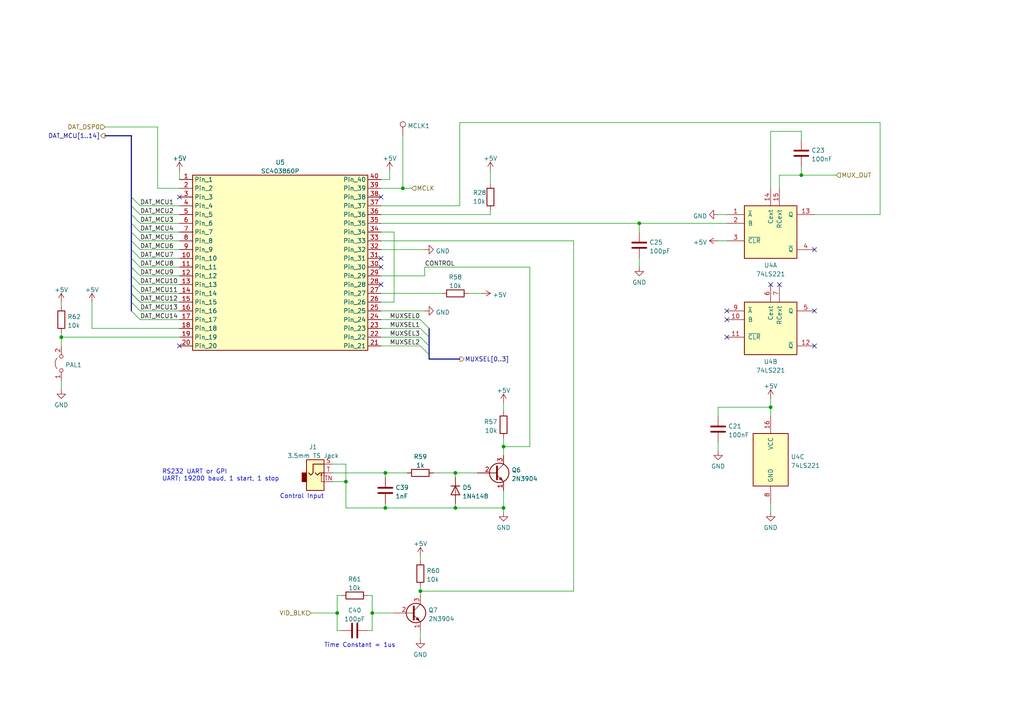
<source format=kicad_sch>
(kicad_sch (version 20211123) (generator eeschema)
  (paper "A4")
  (title_block (title "Device Settings Processor") (date "2023-05-24") (rev "3"))
  (lib_symbols
    (symbol "74xx:74LS221" (pin_names (offset 1.016))
      (property "Reference" "U" (at -7.62 8.89 0))
      (property "Value" "74LS221" (at -7.62 -8.89 0))
      (symbol "74LS221_1_0"
        (pin input line (at -12.7 5.08 0) (length 5.08) (name "~{A}") (number "1"))
        (pin output line (at 12.7 5.08 180) (length 5.08) (name "Q") (number "13"))
        (pin input line (at 0 12.7 270) (length 5.08) (name "Cext") (number "14"))
        (pin input line (at 2.54 12.7 270) (length 5.08) (name "RCext") (number "15"))
        (pin input line (at -12.7 2.54 0) (length 5.08) (name "B") (number "2"))
        (pin input line (at -12.7 -2.54 0) (length 5.08) (name "~{CLR}") (number "3"))
        (pin output line (at 12.7 -5.08 180) (length 5.08) (name "~{Q}") (number "4"))
      )
      (symbol "74LS221_1_1"
        (rectangle (start -7.62 7.62) (end 7.62 -7.62) (stroke (width 0.254)) (fill (type background)))
      )
      (symbol "74LS221_2_0"
        (pin input line (at -12.7 2.54 0) (length 5.08) (name "B") (number "10"))
        (pin input line (at -12.7 -2.54 0) (length 5.08) (name "~{CLR}") (number "11"))
        (pin output line (at 12.7 -5.08 180) (length 5.08) (name "~{Q}") (number "12"))
        (pin output line (at 12.7 5.08 180) (length 5.08) (name "Q") (number "5"))
        (pin input line (at 0 12.7 270) (length 5.08) (name "Cext") (number "6"))
        (pin input line (at 2.54 12.7 270) (length 5.08) (name "RCext") (number "7"))
        (pin input line (at -12.7 5.08 0) (length 5.08) (name "~{A}") (number "9"))
      )
      (symbol "74LS221_2_1"
        (rectangle (start -7.62 7.62) (end 7.62 -7.62) (stroke (width 0.254)) (fill (type background)))
      )
      (symbol "74LS221_3_0"
        (pin power_in line (at 0 12.7 270) (length 5.08) (name "VCC") (number "16"))
        (pin power_in line (at 0 -12.7 90) (length 5.08) (name "GND") (number "8"))
      )
      (symbol "74LS221_3_1"
        (rectangle (start -5.08 7.62) (end 5.08 -7.62) (stroke (width 0.254)) (fill (type background)))
      )
    )
    (symbol "Connector:AudioJack2_SwitchT"
      (property "Reference" "J" (at 0 8.89 0))
      (property "Value" "AudioJack2_SwitchT" (at 0 6.35 0))
      (symbol "AudioJack2_SwitchT_0_1"
        (rectangle (start -2.54 0) (end -3.81 -2.54) (stroke (width 0.254)) (fill (type outline)))
        (polyline (pts (xy 1.778 -0.254) (xy 2.032 -0.762)))
        (polyline (pts (xy 0 0) (xy 0.635 -0.635) (xy 1.27 0) (xy 2.54 0)) (stroke (width 0.254)))
        (polyline (pts (xy 2.54 -2.54) (xy 1.778 -2.54) (xy 1.778 -0.254) (xy 1.524 -0.762)))
        (polyline (pts (xy 2.54 2.54) (xy -0.635 2.54) (xy -0.635 0) (xy -1.27 -0.635) (xy -1.905 0)) (stroke (width 0.254)))
        (rectangle (start 2.54 3.81) (end -2.54 -5.08) (stroke (width 0.254)) (fill (type background)))
      )
      (symbol "AudioJack2_SwitchT_1_1"
        (pin passive line (at 5.08 2.54 180) (length 2.54) (name "~") (number "S"))
        (pin passive line (at 5.08 0 180) (length 2.54) (name "~") (number "T"))
        (pin passive line (at 5.08 -2.54 180) (length 2.54) (name "~") (number "TN"))
      )
    )
    (symbol "Connector:TestPoint" (pin_numbers hide) (pin_names (offset 0.762) hide)
      (property "Reference" "TP" (at 0 6.858 0))
      (property "Value" "TestPoint" (at 0 5.08 0))
      (symbol "TestPoint_0_1"
        (circle (center 0 3.302) (radius 0.762))
      )
      (symbol "TestPoint_1_1"
        (pin passive line (at 0 0 90) (length 2.54) (name "1") (number "1"))
      )
    )
    (symbol "Device:C" (pin_numbers hide) (pin_names (offset 0.254))
      (property "Reference" "C" (at 0.635 2.54 0))
      (property "Value" "C" (at 0.635 -2.54 0))
      (symbol "C_0_1"
        (polyline (pts (xy -2.032 -0.762) (xy 2.032 -0.762)) (stroke (width 0.508)))
        (polyline (pts (xy -2.032 0.762) (xy 2.032 0.762)) (stroke (width 0.508)))
      )
      (symbol "C_1_1"
        (pin passive line (at 0 3.81 270) (length 2.794) (name "~") (number "1"))
        (pin passive line (at 0 -3.81 90) (length 2.794) (name "~") (number "2"))
      )
    )
    (symbol "Device:D" (pin_numbers hide) (pin_names (offset 1.016) hide)
      (property "Reference" "D" (at 0 2.54 0))
      (property "Value" "D" (at 0 -2.54 0))
      (symbol "D_0_1"
        (polyline (pts (xy -1.27 1.27) (xy -1.27 -1.27)) (stroke (width 0.254)))
        (polyline (pts (xy 1.27 0) (xy -1.27 0)))
        (polyline (pts (xy 1.27 1.27) (xy 1.27 -1.27) (xy -1.27 0) (xy 1.27 1.27)) (stroke (width 0.254)))
      )
      (symbol "D_1_1"
        (pin passive line (at -3.81 0 0) (length 2.54) (name "K") (number "1"))
        (pin passive line (at 3.81 0 180) (length 2.54) (name "A") (number "2"))
      )
    )
    (symbol "Device:R" (pin_numbers hide) (pin_names (offset 0))
      (property "Reference" "R" (at 2.032 0 90))
      (property "Value" "R" (at 0 0 90))
      (symbol "R_0_1"
        (rectangle (start -1.016 -2.54) (end 1.016 2.54) (stroke (width 0.254)))
      )
      (symbol "R_1_1"
        (pin passive line (at 0 3.81 270) (length 1.27) (name "~") (number "1"))
        (pin passive line (at 0 -3.81 90) (length 1.27) (name "~") (number "2"))
      )
    )
    (symbol "Jumper:Jumper_2_Open" (pin_names (offset 0) hide)
      (property "Reference" "JP" (at 0 2.794 0))
      (property "Value" "Jumper_2_Open" (at 0 -2.286 0))
      (symbol "Jumper_2_Open_0_0"
        (circle (center -2.032 0) (radius 0.508))
        (circle (center 2.032 0) (radius 0.508))
      )
      (symbol "Jumper_2_Open_0_1"
        (arc (start 1.524 1.27) (mid 0 1.778) (end -1.524 1.27))
      )
      (symbol "Jumper_2_Open_1_1"
        (pin passive line (at -5.08 0 0) (length 2.54) (name "A") (number "1"))
        (pin passive line (at 5.08 0 180) (length 2.54) (name "B") (number "2"))
      )
    )
    (symbol "Transistor_BJT:2N3904" (pin_names (offset 0) hide)
      (property "Reference" "Q" (at 5.08 1.905 0))
      (property "Value" "2N3904" (at 5.08 0 0))
      (symbol "2N3904_0_1"
        (polyline (pts (xy 0.635 0.635) (xy 2.54 2.54)))
        (polyline (pts (xy 0.635 -0.635) (xy 2.54 -2.54) (xy 2.54 -2.54)))
        (polyline (pts (xy 0.635 1.905) (xy 0.635 -1.905) (xy 0.635 -1.905)) (stroke (width 0.508)))
        (polyline (pts (xy 1.27 -1.778) (xy 1.778 -1.27) (xy 2.286 -2.286) (xy 1.27 -1.778) (xy 1.27 -1.778)) (fill (type outline)))
        (circle (center 1.27 0) (radius 2.8194) (stroke (width 0.254)))
      )
      (symbol "2N3904_1_1"
        (pin passive line (at 2.54 -5.08 90) (length 2.54) (name "E") (number "1"))
        (pin passive line (at -5.08 0 0) (length 5.715) (name "B") (number "2"))
        (pin passive line (at 2.54 5.08 270) (length 2.54) (name "C") (number "3"))
      )
    )
    (symbol "Videonics Proceessor Plus:SC403860P"
      (property "Reference" "U" (at -25.4 25.4 0))
      (property "Value" "SC403860P" (at -25.4 -27.94 0))
      (symbol "SC403860P_1_1"
        (rectangle (start -25.4 25.4) (end 25.4 -25.4) (stroke (width 0.254)) (fill (type background)))
        (pin passive line (at -29.21 24.13 0) (length 3.81) (name "Pin_1") (number "1"))
        (pin passive line (at -29.21 1.27 0) (length 3.81) (name "Pin_10") (number "10"))
        (pin passive line (at -29.21 -1.27 0) (length 3.81) (name "Pin_11") (number "11"))
        (pin passive line (at -29.21 -3.81 0) (length 3.81) (name "Pin_12") (number "12"))
        (pin passive line (at -29.21 -6.35 0) (length 3.81) (name "Pin_13") (number "13"))
        (pin passive line (at -29.21 -8.89 0) (length 3.81) (name "Pin_14") (number "14"))
        (pin passive line (at -29.21 -11.43 0) (length 3.81) (name "Pin_15") (number "15"))
        (pin passive line (at -29.21 -13.97 0) (length 3.81) (name "Pin_16") (number "16"))
        (pin passive line (at -29.21 -16.51 0) (length 3.81) (name "Pin_17") (number "17"))
        (pin passive line (at -29.21 -19.05 0) (length 3.81) (name "Pin_18") (number "18"))
        (pin passive line (at -29.21 -21.59 0) (length 3.81) (name "Pin_19") (number "19"))
        (pin passive line (at -29.21 21.59 0) (length 3.81) (name "Pin_2") (number "2"))
        (pin passive line (at -29.21 -24.13 0) (length 3.81) (name "Pin_20") (number "20"))
        (pin passive line (at 29.21 -24.13 180) (length 3.81) (name "Pin_21") (number "21"))
        (pin passive line (at 29.21 -21.59 180) (length 3.81) (name "Pin_22") (number "22"))
        (pin passive line (at 29.21 -19.05 180) (length 3.81) (name "Pin_23") (number "23"))
        (pin passive line (at 29.21 -16.51 180) (length 3.81) (name "Pin_24") (number "24"))
        (pin passive line (at 29.21 -13.97 180) (length 3.81) (name "Pin_25") (number "25"))
        (pin passive line (at 29.21 -11.43 180) (length 3.81) (name "Pin_26") (number "26"))
        (pin passive line (at 29.21 -8.89 180) (length 3.81) (name "Pin_27") (number "27"))
        (pin passive line (at 29.21 -6.35 180) (length 3.81) (name "Pin_28") (number "28"))
        (pin passive line (at 29.21 -3.81 180) (length 3.81) (name "Pin_29") (number "29"))
        (pin passive line (at -29.21 19.05 0) (length 3.81) (name "Pin_3") (number "3"))
        (pin passive line (at 29.21 -1.27 180) (length 3.81) (name "Pin_30") (number "30"))
        (pin passive line (at 29.21 1.27 180) (length 3.81) (name "Pin_31") (number "31"))
        (pin passive line (at 29.21 3.81 180) (length 3.81) (name "Pin_32") (number "32"))
        (pin passive line (at 29.21 6.35 180) (length 3.81) (name "Pin_33") (number "33"))
        (pin passive line (at 29.21 8.89 180) (length 3.81) (name "Pin_34") (number "34"))
        (pin passive line (at 29.21 11.43 180) (length 3.81) (name "Pin_35") (number "35"))
        (pin passive line (at 29.21 13.97 180) (length 3.81) (name "Pin_36") (number "36"))
        (pin passive line (at 29.21 16.51 180) (length 3.81) (name "Pin_37") (number "37"))
        (pin passive line (at 29.21 19.05 180) (length 3.81) (name "Pin_38") (number "38"))
        (pin passive line (at 29.21 21.59 180) (length 3.81) (name "Pin_39") (number "39"))
        (pin passive line (at -29.21 16.51 0) (length 3.81) (name "Pin_4") (number "4"))
        (pin passive line (at 29.21 24.13 180) (length 3.81) (name "Pin_40") (number "40"))
        (pin passive line (at -29.21 13.97 0) (length 3.81) (name "Pin_5") (number "5"))
        (pin passive line (at -29.21 11.43 0) (length 3.81) (name "Pin_6") (number "6"))
        (pin passive line (at -29.21 8.89 0) (length 3.81) (name "Pin_7") (number "7"))
        (pin passive line (at -29.21 6.35 0) (length 3.81) (name "Pin_8") (number "8"))
        (pin passive line (at -29.21 3.81 0) (length 3.81) (name "Pin_9") (number "9"))
      )
    )
    (symbol "power:+5V" (power) (pin_names (offset 0))
      (property "Value" "+5V" (at 0 3.556 0))
      (symbol "+5V_0_1"
        (polyline (pts (xy -0.762 1.27) (xy 0 2.54)))
        (polyline (pts (xy 0 0) (xy 0 2.54)))
        (polyline (pts (xy 0 2.54) (xy 0.762 1.27)))
      )
      (symbol "+5V_1_1"
        (pin power_in line (at 0 0 90) (length 0) hide (name "+5V") (number "1"))
      )
    )
    (symbol "power:GND" (power) (pin_names (offset 0))
      (property "Value" "GND" (at 0 -3.81 0))
      (symbol "GND_0_1"
        (polyline (pts (xy 0 0) (xy 0 -1.27) (xy 1.27 -1.27) (xy 0 -2.54) (xy -1.27 -1.27) (xy 0 -1.27)))
      )
      (symbol "GND_1_1"
        (pin power_in line (at 0 0 270) (length 0) hide (name "GND") (number "1"))
      )
    )
  )
  (junction (at 146.05 147.32))
  (junction (at 100.33 139.7))
  (junction (at 97.79 177.8))
  (junction (at 111.76 137.16))
  (junction (at 107.95 177.8))
  (junction (at 185.42 64.77))
  (junction (at 17.78 97.79))
  (junction (at 116.84 54.61))
  (junction (at 132.08 137.16))
  (junction (at 146.05 129.54))
  (junction (at 111.76 147.32))
  (junction (at 223.52 118.11))
  (junction (at 232.41 50.8))
  (junction (at 132.08 147.32))
  (junction (at 121.92 171.45))
  (no_connect (at 223.52 82.55))
  (no_connect (at 110.49 77.47))
  (no_connect (at 110.49 82.55))
  (no_connect (at 210.82 90.17))
  (no_connect (at 110.49 57.15))
  (no_connect (at 236.22 100.33))
  (no_connect (at 226.06 82.55))
  (no_connect (at 236.22 72.39))
  (no_connect (at 110.49 74.93))
  (no_connect (at 210.82 97.79))
  (no_connect (at 52.07 100.33))
  (no_connect (at 210.82 92.71))
  (no_connect (at 236.22 90.17))
  (no_connect (at 52.07 57.15))
  (bus_entry (at 38.1 62.23) (size 2.54 2.54))
  (bus_entry (at 38.1 74.93) (size 2.54 2.54))
  (bus_entry (at 38.1 90.17) (size 2.54 2.54))
  (bus_entry (at 38.1 67.31) (size 2.54 2.54))
  (bus_entry (at 38.1 57.15) (size 2.54 2.54))
  (bus_entry (at 124.46 100.33) (size -2.54 -2.54))
  (bus_entry (at 38.1 80.01) (size 2.54 2.54))
  (bus_entry (at 124.46 97.79) (size -2.54 -2.54))
  (bus_entry (at 38.1 82.55) (size 2.54 2.54))
  (bus_entry (at 38.1 64.77) (size 2.54 2.54))
  (bus_entry (at 38.1 69.85) (size 2.54 2.54))
  (bus_entry (at 38.1 85.09) (size 2.54 2.54))
  (bus_entry (at 38.1 77.47) (size 2.54 2.54))
  (bus_entry (at 38.1 72.39) (size 2.54 2.54))
  (bus_entry (at 38.1 59.69) (size 2.54 2.54))
  (bus_entry (at 124.46 95.25) (size -2.54 -2.54))
  (bus_entry (at 124.46 102.87) (size -2.54 -2.54))
  (bus_entry (at 38.1 87.63) (size 2.54 2.54))
  (bus_entry (at 38.1 85.09) (size 2.54 2.54))
  (wire (pts (xy 40.64 87.63) (xy 52.07 87.63)))
  (wire (pts (xy 40.64 85.09) (xy 52.07 85.09)))
  (wire (pts (xy 100.33 147.32) (xy 111.76 147.32)))
  (wire (pts (xy 110.49 59.69) (xy 133.35 59.69)))
  (bus (pts (xy 38.1 39.37) (xy 38.1 57.15)))
  (bus (pts (xy 38.1 74.93) (xy 38.1 72.39)))
  (wire (pts (xy 111.76 137.16) (xy 118.11 137.16)))
  (wire (pts (xy 133.35 35.56) (xy 255.27 35.56)))
  (wire (pts (xy 110.49 92.71) (xy 121.92 92.71)))
  (wire (pts (xy 17.78 97.79) (xy 52.07 97.79)))
  (bus (pts (xy 38.1 80.01) (xy 38.1 77.47)))
  (wire (pts (xy 110.49 62.23) (xy 142.24 62.23)))
  (wire (pts (xy 255.27 62.23) (xy 236.22 62.23)))
  (wire (pts (xy 97.79 177.8) (xy 97.79 182.88)))
  (wire (pts (xy 96.52 134.62) (xy 100.33 134.62)))
  (wire (pts (xy 208.28 128.27) (xy 208.28 130.81)))
  (wire (pts (xy 132.08 137.16) (xy 132.08 138.43)))
  (wire (pts (xy 110.49 54.61) (xy 116.84 54.61)))
  (wire (pts (xy 45.72 36.83) (xy 45.72 54.61)))
  (wire (pts (xy 208.28 69.85) (xy 210.82 69.85)))
  (wire (pts (xy 116.84 39.37) (xy 116.84 54.61)))
  (wire (pts (xy 226.06 50.8) (xy 226.06 54.61)))
  (wire (pts (xy 114.3 67.31) (xy 110.49 67.31)))
  (wire (pts (xy 132.08 147.32) (xy 146.05 147.32)))
  (wire (pts (xy 185.42 64.77) (xy 185.42 67.31)))
  (wire (pts (xy 208.28 118.11) (xy 223.52 118.11)))
  (wire (pts (xy 146.05 127) (xy 146.05 129.54)))
  (wire (pts (xy 110.49 85.09) (xy 128.27 85.09)))
  (bus (pts (xy 38.1 59.69) (xy 38.1 57.15)))
  (wire (pts (xy 242.57 50.8) (xy 232.41 50.8)))
  (wire (pts (xy 208.28 62.23) (xy 210.82 62.23)))
  (wire (pts (xy 135.89 85.09) (xy 139.7 85.09)))
  (wire (pts (xy 40.64 74.93) (xy 52.07 74.93)))
  (wire (pts (xy 142.24 49.53) (xy 142.24 53.34)))
  (wire (pts (xy 123.19 77.47) (xy 123.19 80.01)))
  (bus (pts (xy 38.1 69.85) (xy 38.1 67.31)))
  (wire (pts (xy 185.42 74.93) (xy 185.42 77.47)))
  (wire (pts (xy 107.95 177.8) (xy 107.95 172.72)))
  (wire (pts (xy 26.67 95.25) (xy 52.07 95.25)))
  (wire (pts (xy 138.43 137.16) (xy 132.08 137.16)))
  (wire (pts (xy 96.52 137.16) (xy 111.76 137.16)))
  (wire (pts (xy 100.33 134.62) (xy 100.33 139.7)))
  (wire (pts (xy 17.78 97.79) (xy 17.78 96.52)))
  (wire (pts (xy 132.08 146.05) (xy 132.08 147.32)))
  (wire (pts (xy 121.92 171.45) (xy 121.92 172.72)))
  (bus (pts (xy 124.46 97.79) (xy 124.46 100.33)))
  (wire (pts (xy 223.52 54.61) (xy 223.52 38.1)))
  (wire (pts (xy 125.73 137.16) (xy 132.08 137.16)))
  (wire (pts (xy 166.37 69.85) (xy 166.37 171.45)))
  (wire (pts (xy 110.49 72.39) (xy 123.19 72.39)))
  (bus (pts (xy 124.46 100.33) (xy 124.46 102.87)))
  (wire (pts (xy 111.76 146.05) (xy 111.76 147.32)))
  (wire (pts (xy 110.49 97.79) (xy 121.92 97.79)))
  (bus (pts (xy 124.46 95.25) (xy 124.46 97.79)))
  (wire (pts (xy 121.92 182.88) (xy 121.92 185.42)))
  (bus (pts (xy 38.1 72.39) (xy 38.1 69.85)))
  (bus (pts (xy 38.1 82.55) (xy 38.1 80.01)))
  (wire (pts (xy 90.17 177.8) (xy 97.79 177.8)))
  (bus (pts (xy 38.1 90.17) (xy 38.1 87.63)))
  (wire (pts (xy 111.76 147.32) (xy 132.08 147.32)))
  (bus (pts (xy 30.48 39.37) (xy 38.1 39.37)))
  (wire (pts (xy 107.95 177.8) (xy 114.3 177.8)))
  (wire (pts (xy 185.42 64.77) (xy 210.82 64.77)))
  (wire (pts (xy 110.49 69.85) (xy 166.37 69.85)))
  (wire (pts (xy 153.67 77.47) (xy 153.67 129.54)))
  (wire (pts (xy 121.92 161.29) (xy 121.92 162.56)))
  (wire (pts (xy 146.05 116.84) (xy 146.05 119.38)))
  (wire (pts (xy 110.49 80.01) (xy 123.19 80.01)))
  (wire (pts (xy 116.84 54.61) (xy 119.38 54.61)))
  (wire (pts (xy 142.24 62.23) (xy 142.24 60.96)))
  (wire (pts (xy 40.64 72.39) (xy 52.07 72.39)))
  (wire (pts (xy 110.49 100.33) (xy 121.92 100.33)))
  (wire (pts (xy 52.07 49.53) (xy 52.07 52.07)))
  (wire (pts (xy 40.64 59.69) (xy 52.07 59.69)))
  (wire (pts (xy 45.72 54.61) (xy 52.07 54.61)))
  (wire (pts (xy 107.95 182.88) (xy 107.95 177.8)))
  (wire (pts (xy 232.41 38.1) (xy 232.41 40.64)))
  (wire (pts (xy 110.49 64.77) (xy 185.42 64.77)))
  (bus (pts (xy 124.46 102.87) (xy 124.46 104.14)))
  (wire (pts (xy 99.06 172.72) (xy 97.79 172.72)))
  (wire (pts (xy 40.64 67.31) (xy 52.07 67.31)))
  (wire (pts (xy 123.19 77.47) (xy 153.67 77.47)))
  (wire (pts (xy 146.05 142.24) (xy 146.05 147.32)))
  (wire (pts (xy 146.05 147.32) (xy 146.05 148.59)))
  (wire (pts (xy 110.49 90.17) (xy 123.19 90.17)))
  (wire (pts (xy 40.64 82.55) (xy 52.07 82.55)))
  (wire (pts (xy 40.64 77.47) (xy 52.07 77.47)))
  (wire (pts (xy 223.52 118.11) (xy 223.52 120.65)))
  (wire (pts (xy 121.92 170.18) (xy 121.92 171.45)))
  (bus (pts (xy 124.46 104.14) (xy 133.35 104.14)))
  (wire (pts (xy 110.49 95.25) (xy 121.92 95.25)))
  (wire (pts (xy 97.79 172.72) (xy 97.79 177.8)))
  (wire (pts (xy 111.76 138.43) (xy 111.76 137.16)))
  (wire (pts (xy 100.33 139.7) (xy 100.33 147.32)))
  (wire (pts (xy 232.41 48.26) (xy 232.41 50.8)))
  (wire (pts (xy 17.78 87.63) (xy 17.78 88.9)))
  (wire (pts (xy 26.67 87.63) (xy 26.67 95.25)))
  (wire (pts (xy 223.52 146.05) (xy 223.52 148.59)))
  (wire (pts (xy 40.64 69.85) (xy 52.07 69.85)))
  (wire (pts (xy 208.28 120.65) (xy 208.28 118.11)))
  (wire (pts (xy 223.52 38.1) (xy 232.41 38.1)))
  (bus (pts (xy 38.1 87.63) (xy 38.1 85.09)))
  (wire (pts (xy 166.37 171.45) (xy 121.92 171.45)))
  (wire (pts (xy 106.68 182.88) (xy 107.95 182.88)))
  (wire (pts (xy 255.27 35.56) (xy 255.27 62.23)))
  (wire (pts (xy 40.64 62.23) (xy 52.07 62.23)))
  (wire (pts (xy 40.64 90.17) (xy 52.07 90.17)))
  (wire (pts (xy 17.78 110.49) (xy 17.78 113.03)))
  (wire (pts (xy 114.3 87.63) (xy 114.3 67.31)))
  (bus (pts (xy 38.1 64.77) (xy 38.1 62.23)))
  (bus (pts (xy 38.1 62.23) (xy 38.1 59.69)))
  (wire (pts (xy 40.64 92.71) (xy 52.07 92.71)))
  (bus (pts (xy 38.1 85.09) (xy 38.1 82.55)))
  (wire (pts (xy 133.35 59.69) (xy 133.35 35.56)))
  (wire (pts (xy 100.33 139.7) (xy 96.52 139.7)))
  (wire (pts (xy 146.05 129.54) (xy 153.67 129.54)))
  (wire (pts (xy 17.78 97.79) (xy 17.78 100.33)))
  (wire (pts (xy 40.64 64.77) (xy 52.07 64.77)))
  (bus (pts (xy 38.1 67.31) (xy 38.1 64.77)))
  (wire (pts (xy 107.95 172.72) (xy 106.68 172.72)))
  (wire (pts (xy 97.79 182.88) (xy 99.06 182.88)))
  (wire (pts (xy 30.48 36.83) (xy 45.72 36.83)))
  (wire (pts (xy 40.64 80.01) (xy 52.07 80.01)))
  (wire (pts (xy 110.49 52.07) (xy 113.03 52.07)))
  (wire (pts (xy 113.03 52.07) (xy 113.03 49.53)))
  (wire (pts (xy 146.05 129.54) (xy 146.05 132.08)))
  (wire (pts (xy 232.41 50.8) (xy 226.06 50.8)))
  (bus (pts (xy 38.1 77.47) (xy 38.1 74.93)))
  (wire (pts (xy 110.49 87.63) (xy 114.3 87.63)))
  (wire (pts (xy 223.52 115.57) (xy 223.52 118.11)))
  (text "Control Input" (at 93.98 144.78 180) (effects (font (size 1.27 1.27)) (justify right bottom)))
  (text "RS232 UART or GPI\nUART: 19200 baud, 1 start, 1 stop" (at 46.99 139.7 0) (effects (font (size 1.27 1.27)) (justify left bottom)))
  (text "Time Constant = 1us" (at 93.98 187.96 0) (effects (font (size 1.27 1.27)) (justify left bottom)))
  (label "MUXSEL3" (at 113.03 97.79 0))
  (label "DAT_MCU11" (at 40.64 85.09 0))
  (label "DAT_MCU2" (at 40.64 62.23 0))
  (label "DAT_MCU4" (at 40.64 67.31 0))
  (label "DAT_MCU9" (at 40.64 80.01 0))
  (label "MUXSEL1" (at 113.03 95.25 0))
  (label "DAT_MCU14" (at 40.64 92.71 0))
  (label "MUXSEL0" (at 113.03 92.71 0))
  (label "DAT_MCU13" (at 40.64 90.17 0))
  (label "DAT_MCU10" (at 40.64 82.55 0))
  (label "DAT_MCU6" (at 40.64 72.39 0))
  (label "DAT_MCU12" (at 40.64 87.63 0))
  (label "CONTROL" (at 123.19 77.47 0))
  (label "DAT_MCU1" (at 40.64 59.69 0))
  (label "DAT_MCU7" (at 40.64 74.93 0))
  (label "MUXSEL2" (at 113.03 100.33 0))
  (label "DAT_MCU3" (at 40.64 64.77 0))
  (label "DAT_MCU8" (at 40.64 77.47 0))
  (label "DAT_MCU5" (at 40.64 69.85 0))
  (hierarchical_label "DAT_DSP0" (shape input) (at 30.48 36.83 180))
  (hierarchical_label "MUXSEL[0..3]" (shape output) (at 133.35 104.14 0))
  (hierarchical_label "VID_BLK" (shape input) (at 90.17 177.8 180))
  (hierarchical_label "MUX_OUT" (shape input) (at 242.57 50.8 0))
  (hierarchical_label "DAT_MCU[1..14]" (shape output) (at 30.48 39.37 180))
  (hierarchical_label "MCLK" (shape input) (at 119.38 54.61 0))
  (symbol (lib_id "Transistor_BJT:2N3904") (at 143.51 137.16 0) (unit 1)
    (property "Reference" "Q6" (at 148.3614 136.3253 0) (effects (justify left)))
    (property "Value" "2N3904" (at 148.3614 138.8622 0) (effects (justify left)))
    (property "Footprint" "Package_TO_SOT_THT:TO-92_Inline" (effects hide))
    (property "Datasheet" "https://www.onsemi.com/pub/Collateral/2N3903-D.PDF" (effects hide))
  )
  (symbol (lib_id "power:GND") (at 123.19 72.39 90) (unit 1)
    (property "Reference" "#PWR0107" (effects hide))
    (property "Value" "GND" (at 126.365 72.8238 90) (effects (justify right)))
  )
  (symbol (lib_id "power:+5V") (at 113.03 49.53 0) (unit 1)
    (property "Reference" "#PWR0106" (effects hide))
    (property "Value" "+5V" (at 113.03 45.9542 0))
  )
  (symbol (lib_id "power:+5V") (at 139.7 85.09 270) (unit 1)
    (property "Reference" "#PWR0141" (effects hide))
    (property "Value" "+5V" (at 142.875 85.5238 90) (effects (justify left)))
  )
  (symbol (lib_id "power:GND") (at 146.05 148.59 0) (unit 1)
    (property "Reference" "#PWR0140" (effects hide))
    (property "Value" "GND" (at 146.05 153.0334 0))
  )
  (symbol (lib_id "Transistor_BJT:2N3904") (at 119.38 177.8 0) (unit 1)
    (property "Reference" "Q7" (at 124.2314 176.9653 0) (effects (justify left)))
    (property "Value" "2N3904" (at 124.2314 179.5022 0) (effects (justify left)))
    (property "Footprint" "Package_TO_SOT_THT:TO-92_Inline" (effects hide))
    (property "Datasheet" "https://www.onsemi.com/pub/Collateral/2N3903-D.PDF" (effects hide))
  )
  (symbol (lib_id "power:GND") (at 17.78 113.03 0) (unit 1)
    (property "Reference" "#PWR0102" (effects hide))
    (property "Value" "GND" (at 17.78 117.4734 0))
  )
  (symbol (lib_id "Device:C") (at 185.42 71.12 0) (unit 1)
    (property "Reference" "C25" (at 188.341 70.2853 0) (effects (justify left)))
    (property "Value" "100pF" (at 188.341 72.8222 0) (effects (justify left)))
  )
  (symbol (lib_id "power:+5V") (at 142.24 49.53 0) (unit 1)
    (property "Reference" "#PWR0108" (effects hide))
    (property "Value" "+5V" (at 142.24 45.9542 0))
  )
  (symbol (lib_id "power:GND") (at 223.52 148.59 0) (unit 1)
    (property "Reference" "#PWR0144" (effects hide))
    (property "Value" "GND" (at 223.52 153.0334 0))
  )
  (symbol (lib_id "Device:R") (at 17.78 92.71 0) (unit 1)
    (property "Reference" "R62" (at 19.558 91.8753 0) (effects (justify left)))
    (property "Value" "10k" (at 19.558 94.4122 0) (effects (justify left)))
  )
  (symbol (lib_id "Device:C") (at 102.87 182.88 270) (unit 1)
    (property "Reference" "C40" (at 102.87 177.0212 90))
    (property "Value" "100pF" (at 102.87 179.5581 90))
  )
  (symbol (lib_id "power:+5V") (at 146.05 116.84 0) (mirror y) (unit 1)
    (property "Reference" "#PWR0139" (effects hide))
    (property "Value" "+5V" (at 146.05 113.2642 0))
  )
  (symbol (lib_id "Device:C") (at 232.41 44.45 0) (unit 1)
    (property "Reference" "C23" (at 235.331 43.6153 0) (effects (justify left)))
    (property "Value" "100nF" (at 235.331 46.1522 0) (effects (justify left)))
  )
  (symbol (lib_id "Device:R") (at 142.24 57.15 0) (unit 1)
    (property "Reference" "R28" (at 137.16 55.88 0) (effects (justify left)))
    (property "Value" "10k" (at 137.16 58.42 0) (effects (justify left)))
  )
  (symbol (lib_id "Jumper:Jumper_2_Open") (at 17.78 105.41 90) (unit 1)
    (property "Reference" "PAL1" (at 18.923 105.8438 90) (effects (justify right)))
    (property "Value" "PAL1" (effects hide))
  )
  (symbol (lib_id "Videonics Proceessor Plus:SC403860P") (at 81.28 76.2 0) (unit 1)
    (property "Reference" "U5" (at 81.28 47.1002 0))
    (property "Value" "SC403860P" (at 81.28 49.6371 0))
  )
  (symbol (lib_id "Device:C") (at 208.28 124.46 0) (unit 1)
    (property "Reference" "C21" (at 211.201 123.6253 0) (effects (justify left)))
    (property "Value" "100nF" (at 211.201 126.1622 0) (effects (justify left)))
  )
  (symbol (lib_id "Connector:AudioJack2_SwitchT") (at 91.44 137.16 0) (unit 1)
    (property "Reference" "J1" (at 90.805 129.6502 0))
    (property "Value" "3.5mm TS Jack" (at 90.805 132.1871 0))
  )
  (symbol (lib_id "Device:R") (at 102.87 172.72 90) (unit 1)
    (property "Reference" "R61" (at 102.87 168.0042 90))
    (property "Value" "10k" (at 102.87 170.5411 90))
  )
  (symbol (lib_id "Device:C") (at 111.76 142.24 0) (unit 1)
    (property "Reference" "C39" (at 114.681 141.4053 0) (effects (justify left)))
    (property "Value" "1nF" (at 114.681 143.9422 0) (effects (justify left)))
  )
  (symbol (lib_id "power:GND") (at 123.19 90.17 90) (unit 1)
    (property "Reference" "#PWR0105" (effects hide))
    (property "Value" "GND" (at 126.365 90.6038 90) (effects (justify right)))
  )
  (symbol (lib_id "power:+5V") (at 121.92 161.29 0) (unit 1)
    (property "Reference" "#PWR0136" (effects hide))
    (property "Value" "+5V" (at 121.92 157.7142 0))
  )
  (symbol (lib_id "Device:R") (at 132.08 85.09 90) (unit 1)
    (property "Reference" "R58" (at 132.08 80.3742 90))
    (property "Value" "10k" (at 132.08 82.9111 90))
  )
  (symbol (lib_id "Connector:TestPoint") (at 116.84 39.37 0) (unit 1)
    (property "Reference" "MCLK1" (at 118.237 36.5018 0) (effects (justify left)))
    (property "Value" "MCLK1" (effects hide))
  )
  (symbol (lib_id "Device:R") (at 146.05 123.19 0) (mirror y) (unit 1)
    (property "Reference" "R57" (at 144.272 122.3553 0) (effects (justify left)))
    (property "Value" "10k" (at 144.272 124.8922 0) (effects (justify left)))
  )
  (symbol (lib_id "power:GND") (at 208.28 130.81 0) (unit 1)
    (property "Reference" "#PWR0145" (effects hide))
    (property "Value" "GND" (at 208.28 135.2534 0))
  )
  (symbol (lib_id "74xx:74LS221") (at 223.52 95.25 0) (unit 2)
    (property "Reference" "U4" (at 223.52 104.9004 0))
    (property "Value" "74LS221" (at 223.52 107.4373 0))
    (property "Datasheet" "http://www.ti.com/lit/gpn/sn74LS221" (effects hide))
  )
  (symbol (lib_id "74xx:74LS221") (at 223.52 67.31 0) (unit 1)
    (property "Reference" "U4" (at 223.52 76.9604 0))
    (property "Value" "74LS221" (at 223.52 79.4973 0))
    (property "Datasheet" "http://www.ti.com/lit/gpn/sn74LS221" (effects hide))
  )
  (symbol (lib_id "Device:R") (at 121.92 166.37 0) (unit 1)
    (property "Reference" "R60" (at 123.698 165.5353 0) (effects (justify left)))
    (property "Value" "10k" (at 123.698 168.0722 0) (effects (justify left)))
  )
  (symbol (lib_id "power:GND") (at 208.28 62.23 270) (unit 1)
    (property "Reference" "#PWR0146" (effects hide))
    (property "Value" "GND" (at 205.1051 62.6638 90) (effects (justify right)))
  )
  (symbol (lib_id "power:+5V") (at 223.52 115.57 0) (unit 1)
    (property "Reference" "#PWR0143" (effects hide))
    (property "Value" "+5V" (at 223.52 111.9942 0))
  )
  (symbol (lib_id "Device:R") (at 121.92 137.16 270) (mirror x) (unit 1)
    (property "Reference" "R59" (at 121.92 132.4442 90))
    (property "Value" "1k" (at 121.92 134.9811 90))
  )
  (symbol (lib_id "power:+5V") (at 208.28 69.85 90) (unit 1)
    (property "Reference" "#PWR0147" (effects hide))
    (property "Value" "+5V" (at 205.1051 70.2838 90) (effects (justify left)))
  )
  (symbol (lib_id "Device:D") (at 132.08 142.24 270) (unit 1)
    (property "Reference" "D5" (at 134.112 141.4053 90) (effects (justify left)))
    (property "Value" "1N4148" (at 134.112 143.9422 90) (effects (justify left)))
  )
  (symbol (lib_id "power:+5V") (at 17.78 87.63 0) (unit 1)
    (property "Reference" "#PWR0103" (effects hide))
    (property "Value" "+5V" (at 17.78 84.0542 0))
  )
  (symbol (lib_id "power:GND") (at 121.92 185.42 0) (unit 1)
    (property "Reference" "#PWR0135" (effects hide))
    (property "Value" "GND" (at 121.92 189.8634 0))
  )
  (symbol (lib_id "power:GND") (at 185.42 77.47 0) (unit 1)
    (property "Reference" "#PWR0142" (effects hide))
    (property "Value" "GND" (at 185.42 81.9134 0))
  )
  (symbol (lib_id "74xx:74LS221") (at 223.52 133.35 0) (unit 3)
    (property "Reference" "U4" (at 229.362 132.5153 0) (effects (justify left)))
    (property "Value" "74LS221" (at 229.362 135.0522 0) (effects (justify left)))
    (property "Datasheet" "http://www.ti.com/lit/gpn/sn74LS221" (effects hide))
  )
  (symbol (lib_id "power:+5V") (at 26.67 87.63 0) (unit 1)
    (property "Reference" "#PWR0104" (effects hide))
    (property "Value" "+5V" (at 26.67 84.0542 0))
  )
  (symbol (lib_id "power:+5V") (at 52.07 49.53 0) (unit 1)
    (property "Reference" "#PWR0101" (effects hide))
    (property "Value" "+5V" (at 52.07 45.9542 0))
  )
)
</source>
